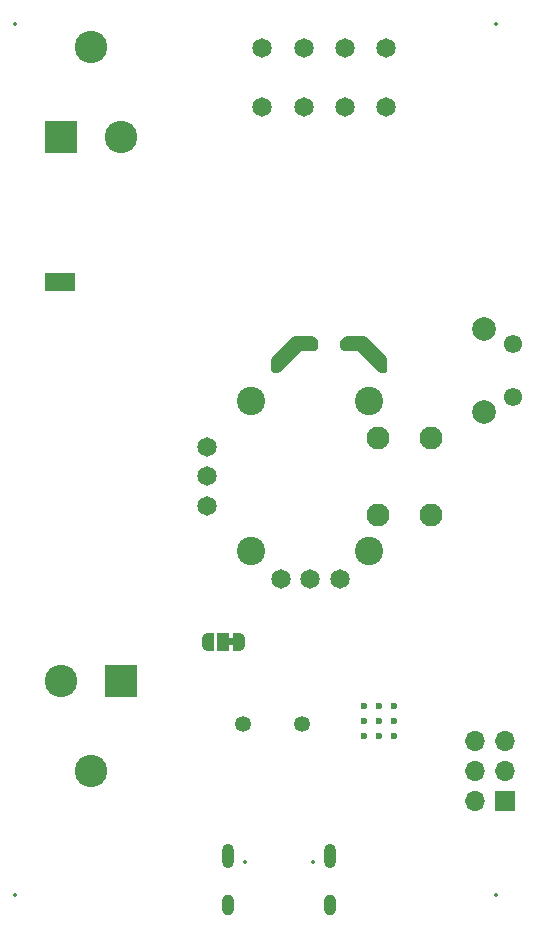
<source format=gbl>
%TF.GenerationSoftware,KiCad,Pcbnew,8.0.6*%
%TF.CreationDate,2024-10-28T23:36:15+00:00*%
%TF.ProjectId,StepUp,53746570-5570-42e6-9b69-6361645f7063,v0.1*%
%TF.SameCoordinates,Original*%
%TF.FileFunction,Copper,L4,Bot*%
%TF.FilePolarity,Positive*%
%FSLAX46Y46*%
G04 Gerber Fmt 4.6, Leading zero omitted, Abs format (unit mm)*
G04 Created by KiCad (PCBNEW 8.0.6) date 2024-10-28 23:36:15*
%MOMM*%
%LPD*%
G01*
G04 APERTURE LIST*
G04 Aperture macros list*
%AMFreePoly0*
4,1,19,0.550000,-0.750000,0.000000,-0.750000,0.000000,-0.744911,-0.071157,-0.744911,-0.207708,-0.704816,-0.327430,-0.627875,-0.420627,-0.520320,-0.479746,-0.390866,-0.500000,-0.250000,-0.500000,0.250000,-0.479746,0.390866,-0.420627,0.520320,-0.327430,0.627875,-0.207708,0.704816,-0.071157,0.744911,0.000000,0.744911,0.000000,0.750000,0.550000,0.750000,0.550000,-0.750000,0.550000,-0.750000,
$1*%
%AMFreePoly1*
4,1,19,0.000000,0.744911,0.071157,0.744911,0.207708,0.704816,0.327430,0.627875,0.420627,0.520320,0.479746,0.390866,0.500000,0.250000,0.500000,-0.250000,0.479746,-0.390866,0.420627,-0.520320,0.327430,-0.627875,0.207708,-0.704816,0.071157,-0.744911,0.000000,-0.744911,0.000000,-0.750000,-0.550000,-0.750000,-0.550000,0.750000,0.000000,0.750000,0.000000,0.744911,0.000000,0.744911,
$1*%
G04 Aperture macros list end*
%TA.AperFunction,EtchedComponent*%
%ADD10C,0.000000*%
%TD*%
%TA.AperFunction,ComponentPad*%
%ADD11O,1.000000X2.100000*%
%TD*%
%TA.AperFunction,ComponentPad*%
%ADD12O,1.000000X1.800000*%
%TD*%
%TA.AperFunction,ComponentPad*%
%ADD13C,0.600000*%
%TD*%
%TA.AperFunction,HeatsinkPad*%
%ADD14C,0.600000*%
%TD*%
%TA.AperFunction,HeatsinkPad*%
%ADD15R,2.500000X1.600000*%
%TD*%
%TA.AperFunction,ComponentPad*%
%ADD16R,1.700000X1.700000*%
%TD*%
%TA.AperFunction,ComponentPad*%
%ADD17O,1.700000X1.700000*%
%TD*%
%TA.AperFunction,ComponentPad*%
%ADD18C,1.550000*%
%TD*%
%TA.AperFunction,ComponentPad*%
%ADD19C,2.000000*%
%TD*%
%TA.AperFunction,ComponentPad*%
%ADD20C,1.350000*%
%TD*%
%TA.AperFunction,ComponentPad*%
%ADD21C,1.650000*%
%TD*%
%TA.AperFunction,ComponentPad*%
%ADD22C,1.950000*%
%TD*%
%TA.AperFunction,ComponentPad*%
%ADD23C,2.400000*%
%TD*%
%TA.AperFunction,ComponentPad*%
%ADD24R,2.745000X2.745000*%
%TD*%
%TA.AperFunction,ComponentPad*%
%ADD25C,2.745000*%
%TD*%
%TA.AperFunction,SMDPad,CuDef*%
%ADD26FreePoly0,180.000000*%
%TD*%
%TA.AperFunction,SMDPad,CuDef*%
%ADD27R,1.000000X1.500000*%
%TD*%
%TA.AperFunction,SMDPad,CuDef*%
%ADD28FreePoly1,180.000000*%
%TD*%
%ADD29C,0.350000*%
%ADD30O,0.600000X1.700000*%
%ADD31O,0.600000X1.400000*%
%ADD32C,0.300000*%
G04 APERTURE END LIST*
D10*
%TA.AperFunction,EtchedComponent*%
%TO.C,JP2*%
G36*
X78250500Y-105700000D02*
G01*
X77750500Y-105700000D01*
X77750500Y-105100000D01*
X78250500Y-105100000D01*
X78250500Y-105700000D01*
G37*
%TD.AperFunction*%
%TD*%
D11*
%TO.P,J1,S1,SHIELD*%
%TO.N,GND*%
X77738000Y-123525000D03*
D12*
X77738000Y-127705000D03*
D11*
X86378000Y-123525000D03*
D12*
X86378000Y-127705000D03*
%TD*%
D13*
%TO.P,U3,57,GND*%
%TO.N,GND*%
X91834000Y-113388000D03*
X91834000Y-112113000D03*
X91834000Y-110838000D03*
X90559000Y-113388000D03*
X90559000Y-112113000D03*
X90559000Y-110838000D03*
X89284000Y-113388000D03*
X89284000Y-112113000D03*
X89284000Y-110838000D03*
%TD*%
D14*
%TO.P,U7,13,PGND*%
%TO.N,GND*%
X62619000Y-75470000D03*
X63569000Y-75470000D03*
X64519000Y-75470000D03*
D15*
X63569000Y-74970000D03*
D14*
X62619000Y-74470000D03*
X63569000Y-74470000D03*
X64519000Y-74470000D03*
%TD*%
D16*
%TO.P,J2,1,Pin_1*%
%TO.N,/MCU/SWCLK*%
X101183000Y-118915000D03*
D17*
%TO.P,J2,2,Pin_2*%
%TO.N,/MCU/UART_0_TX*%
X98643000Y-118915000D03*
%TO.P,J2,3,Pin_3*%
%TO.N,/MCU/SWD*%
X101183000Y-116375000D03*
%TO.P,J2,4,Pin_4*%
%TO.N,/MCU/UART_0_RX*%
X98643000Y-116375000D03*
%TO.P,J2,5,Pin_5*%
%TO.N,GND*%
X101183000Y-113835000D03*
%TO.P,J2,6,Pin_6*%
X98643000Y-113835000D03*
%TD*%
D18*
%TO.P,SW3,1*%
%TO.N,GND*%
X101908000Y-80190000D03*
%TO.P,SW3,2*%
%TO.N,Net-(D13-Pad3)*%
X101908000Y-84690000D03*
D19*
%TO.P,SW3,3*%
%TO.N,N/C*%
X99418000Y-78935000D03*
%TO.P,SW3,4*%
X99418000Y-85945000D03*
%TD*%
D20*
%TO.P,BZ1,1,1*%
%TO.N,Net-(Q7-D)*%
X79050500Y-112400000D03*
%TO.P,BZ1,2,2*%
%TO.N,Net-(JP2-C)*%
X84050500Y-112400000D03*
%TD*%
D21*
%TO.P,JOY1,1,1*%
%TO.N,+3V3*%
X75974400Y-93898501D03*
%TO.P,JOY1,2,2*%
%TO.N,JOY_AXIS_MCU_H*%
X75974400Y-91398501D03*
%TO.P,JOY1,3,3*%
%TO.N,GND*%
X75974400Y-88898501D03*
%TO.P,JOY1,11,1'*%
X87204400Y-100128501D03*
%TO.P,JOY1,12,2'*%
%TO.N,JOY_AXIS_MCU_V*%
X84704400Y-100128501D03*
%TO.P,JOY1,13,3'*%
%TO.N,+3V3*%
X82204400Y-100128501D03*
D22*
%TO.P,JOY1,A1,COM_1*%
%TO.N,JOY_MCU_BTN*%
X90454400Y-88148501D03*
%TO.P,JOY1,B1,COM_2*%
X90454400Y-94648501D03*
%TO.P,JOY1,C1,NO_1*%
%TO.N,GND*%
X94954400Y-88148501D03*
%TO.P,JOY1,D1,NO_2*%
X94954400Y-94648501D03*
D23*
%TO.P,JOY1,MH1,MH1*%
%TO.N,unconnected-(JOY1-PadMH1)*%
X79704400Y-97723501D03*
%TO.P,JOY1,MH2,MH2*%
%TO.N,unconnected-(JOY1-PadMH2)*%
X79704400Y-85073501D03*
%TO.P,JOY1,MH3,MH3*%
%TO.N,unconnected-(JOY1-PadMH3)*%
X89704400Y-85073501D03*
%TO.P,JOY1,MH4,MH4*%
%TO.N,unconnected-(JOY1-PadMH4)*%
X89704400Y-97723501D03*
%TD*%
D24*
%TO.P,BT2,1,1*%
%TO.N,GND*%
X68698000Y-108720000D03*
D25*
%TO.P,BT2,2,2*%
X63618000Y-108720000D03*
%TO.P,BT2,3,3*%
%TO.N,/Power/VBAT_PACK_NEG*%
X66158000Y-116340000D03*
%TD*%
D21*
%TO.P,J3,1_1,1_1*%
%TO.N,OA2_OUT*%
X80658000Y-60140000D03*
%TO.P,J3,1_2,1_2*%
X80658000Y-55140000D03*
%TO.P,J3,2_1,2_1*%
%TO.N,OA1_OUT*%
X84158000Y-60140000D03*
%TO.P,J3,2_2,2_2*%
X84158000Y-55140000D03*
%TO.P,J3,3_1,3_1*%
%TO.N,OB1_OUT*%
X87658000Y-60140000D03*
%TO.P,J3,3_2,3_2*%
X87658000Y-55140000D03*
%TO.P,J3,4_1,4_1*%
%TO.N,OB2_OUT*%
X91158000Y-60140000D03*
%TO.P,J3,4_2,4_2*%
X91158000Y-55140000D03*
%TD*%
D26*
%TO.P,JP2,1,A*%
%TO.N,+3V3*%
X78650500Y-105400000D03*
D27*
%TO.P,JP2,2,C*%
%TO.N,Net-(JP2-C)*%
X77350500Y-105400000D03*
D28*
%TO.P,JP2,3,B*%
%TO.N,VMotor*%
X76050500Y-105400000D03*
%TD*%
D24*
%TO.P,BT1,1,1*%
%TO.N,GND*%
X63618000Y-62720000D03*
D25*
%TO.P,BT1,2,2*%
X68698000Y-62720000D03*
%TO.P,BT1,3,3*%
%TO.N,/Power/VBAT_PACK_POS*%
X66158000Y-55100000D03*
%TD*%
%TA.AperFunction,Conductor*%
%TO.N,/Motor Driver/BRB*%
G36*
X89329787Y-79559438D02*
G01*
X89454925Y-79611272D01*
X89495152Y-79638152D01*
X91168847Y-81311847D01*
X91195727Y-81352075D01*
X91247561Y-81477212D01*
X91257000Y-81524665D01*
X91257000Y-82375334D01*
X91247561Y-82422787D01*
X91203432Y-82529324D01*
X91159591Y-82583727D01*
X91136324Y-82596432D01*
X91029788Y-82640561D01*
X90982335Y-82650000D01*
X90731665Y-82650000D01*
X90684212Y-82640561D01*
X90559075Y-82588727D01*
X90518847Y-82561847D01*
X88827711Y-80870711D01*
X88757000Y-80800000D01*
X88657002Y-80800000D01*
X87631665Y-80800000D01*
X87584212Y-80790561D01*
X87459075Y-80738727D01*
X87418847Y-80711847D01*
X87345152Y-80638152D01*
X87318272Y-80597923D01*
X87266439Y-80472786D01*
X87257000Y-80425334D01*
X87257000Y-80074665D01*
X87266439Y-80027213D01*
X87318272Y-79902076D01*
X87345149Y-79861850D01*
X87568850Y-79638149D01*
X87609074Y-79611272D01*
X87671644Y-79585355D01*
X87734213Y-79559439D01*
X87781665Y-79550000D01*
X89282335Y-79550000D01*
X89329787Y-79559438D01*
G37*
%TD.AperFunction*%
%TD*%
%TA.AperFunction,Conductor*%
%TO.N,/Motor Driver/BRA*%
G36*
X84922787Y-79559438D02*
G01*
X85047925Y-79611272D01*
X85088152Y-79638152D01*
X85311847Y-79861847D01*
X85338727Y-79902075D01*
X85390561Y-80027212D01*
X85400000Y-80074665D01*
X85400000Y-80425334D01*
X85390561Y-80472787D01*
X85338727Y-80597924D01*
X85311847Y-80638152D01*
X85238152Y-80711847D01*
X85197925Y-80738727D01*
X85153572Y-80757098D01*
X85072786Y-80790561D01*
X85025335Y-80800000D01*
X83900000Y-80800000D01*
X83829289Y-80870710D01*
X83829288Y-80870711D01*
X82138152Y-82561847D01*
X82097925Y-82588727D01*
X82079324Y-82596432D01*
X81972786Y-82640561D01*
X81925335Y-82650000D01*
X81674665Y-82650000D01*
X81627212Y-82640561D01*
X81520674Y-82596431D01*
X81466272Y-82552591D01*
X81453567Y-82529323D01*
X81409439Y-82422786D01*
X81400000Y-82375334D01*
X81400000Y-81524665D01*
X81409439Y-81477213D01*
X81461272Y-81352076D01*
X81488149Y-81311850D01*
X83161850Y-79638149D01*
X83202074Y-79611272D01*
X83264644Y-79585355D01*
X83327213Y-79559439D01*
X83374665Y-79550000D01*
X84875335Y-79550000D01*
X84922787Y-79559438D01*
G37*
%TD.AperFunction*%
%TD*%
D29*
X79168000Y-124025000D03*
X84948000Y-124025000D03*
D30*
X77738000Y-123525000D03*
D31*
X77738000Y-127705000D03*
D30*
X86378000Y-123525000D03*
D31*
X86378000Y-127705000D03*
D32*
X91834000Y-113388000D03*
X91834000Y-112113000D03*
X91834000Y-110838000D03*
X90559000Y-113388000D03*
X90559000Y-112113000D03*
X90559000Y-110838000D03*
X89284000Y-113388000D03*
X89284000Y-112113000D03*
X89284000Y-110838000D03*
D29*
X59708000Y-126890000D03*
D32*
X62619000Y-75470000D03*
X63569000Y-75470000D03*
X64519000Y-75470000D03*
X62619000Y-74470000D03*
X63569000Y-74470000D03*
X64519000Y-74470000D03*
D29*
X100458000Y-53090000D03*
X59708000Y-53090000D03*
X101183000Y-118915000D03*
X98643000Y-118915000D03*
X101183000Y-116375000D03*
X98643000Y-116375000D03*
X101183000Y-113835000D03*
X98643000Y-113835000D03*
X100458000Y-126890000D03*
X101908000Y-80190000D03*
X101908000Y-84690000D03*
X99418000Y-78935000D03*
X99418000Y-85945000D03*
X79050500Y-112400000D03*
X84050500Y-112400000D03*
X75974400Y-93898501D03*
X75974400Y-91398501D03*
X75974400Y-88898501D03*
X87204400Y-100128501D03*
X84704400Y-100128501D03*
X82204400Y-100128501D03*
X90454400Y-88148501D03*
X90454400Y-94648501D03*
X94954400Y-88148501D03*
X94954400Y-94648501D03*
X79704400Y-97723501D03*
X79704400Y-85073501D03*
X89704400Y-85073501D03*
X89704400Y-97723501D03*
X68698000Y-108720000D03*
X63618000Y-108720000D03*
X66158000Y-116340000D03*
X80658000Y-60140000D03*
X80658000Y-55140000D03*
X84158000Y-60140000D03*
X84158000Y-55140000D03*
X87658000Y-60140000D03*
X87658000Y-55140000D03*
X91158000Y-60140000D03*
X91158000Y-55140000D03*
X63618000Y-62720000D03*
X68698000Y-62720000D03*
X66158000Y-55100000D03*
M02*

</source>
